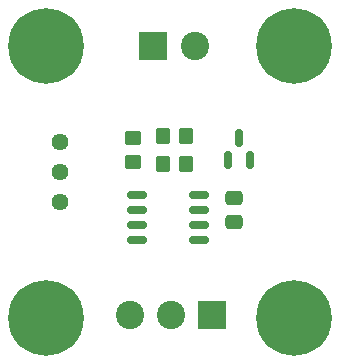
<source format=gbr>
%TF.GenerationSoftware,KiCad,Pcbnew,8.0.3*%
%TF.CreationDate,2024-08-02T11:09:55+07:00*%
%TF.ProjectId,waterleak V.1,77617465-726c-4656-916b-20562e312e6b,rev?*%
%TF.SameCoordinates,Original*%
%TF.FileFunction,Soldermask,Top*%
%TF.FilePolarity,Negative*%
%FSLAX46Y46*%
G04 Gerber Fmt 4.6, Leading zero omitted, Abs format (unit mm)*
G04 Created by KiCad (PCBNEW 8.0.3) date 2024-08-02 11:09:55*
%MOMM*%
%LPD*%
G01*
G04 APERTURE LIST*
G04 Aperture macros list*
%AMRoundRect*
0 Rectangle with rounded corners*
0 $1 Rounding radius*
0 $2 $3 $4 $5 $6 $7 $8 $9 X,Y pos of 4 corners*
0 Add a 4 corners polygon primitive as box body*
4,1,4,$2,$3,$4,$5,$6,$7,$8,$9,$2,$3,0*
0 Add four circle primitives for the rounded corners*
1,1,$1+$1,$2,$3*
1,1,$1+$1,$4,$5*
1,1,$1+$1,$6,$7*
1,1,$1+$1,$8,$9*
0 Add four rect primitives between the rounded corners*
20,1,$1+$1,$2,$3,$4,$5,0*
20,1,$1+$1,$4,$5,$6,$7,0*
20,1,$1+$1,$6,$7,$8,$9,0*
20,1,$1+$1,$8,$9,$2,$3,0*%
G04 Aperture macros list end*
%ADD10RoundRect,0.250000X-0.350000X-0.450000X0.350000X-0.450000X0.350000X0.450000X-0.350000X0.450000X0*%
%ADD11RoundRect,0.150000X-0.675000X-0.150000X0.675000X-0.150000X0.675000X0.150000X-0.675000X0.150000X0*%
%ADD12C,0.800000*%
%ADD13C,6.400000*%
%ADD14R,2.400000X2.400000*%
%ADD15C,2.400000*%
%ADD16RoundRect,0.150000X0.150000X-0.587500X0.150000X0.587500X-0.150000X0.587500X-0.150000X-0.587500X0*%
%ADD17RoundRect,0.250000X-0.475000X0.337500X-0.475000X-0.337500X0.475000X-0.337500X0.475000X0.337500X0*%
%ADD18RoundRect,0.250000X-0.450000X0.350000X-0.450000X-0.350000X0.450000X-0.350000X0.450000X0.350000X0*%
%ADD19RoundRect,0.250000X0.350000X0.450000X-0.350000X0.450000X-0.350000X-0.450000X0.350000X-0.450000X0*%
%ADD20C,1.440000*%
G04 APERTURE END LIST*
D10*
%TO.C,R4*%
X83900000Y-66000000D03*
X85900000Y-66000000D03*
%TD*%
D11*
%TO.C,U2*%
X81675000Y-68595000D03*
X81675000Y-69865000D03*
X81675000Y-71135000D03*
X81675000Y-72405000D03*
X86925000Y-72405000D03*
X86925000Y-71135000D03*
X86925000Y-69865000D03*
X86925000Y-68595000D03*
%TD*%
D12*
%TO.C,H1*%
X92600000Y-56000000D03*
X93302944Y-54302944D03*
X93302944Y-57697056D03*
X95000000Y-53600000D03*
D13*
X95000000Y-56000000D03*
D12*
X95000000Y-58400000D03*
X96697056Y-54302944D03*
X96697056Y-57697056D03*
X97400000Y-56000000D03*
%TD*%
%TO.C,H3*%
X92600000Y-79000000D03*
X93302944Y-77302944D03*
X93302944Y-80697056D03*
X95000000Y-76600000D03*
D13*
X95000000Y-79000000D03*
D12*
X95000000Y-81400000D03*
X96697056Y-77302944D03*
X96697056Y-80697056D03*
X97400000Y-79000000D03*
%TD*%
%TO.C,H4*%
X71600000Y-79000000D03*
X72302944Y-77302944D03*
X72302944Y-80697056D03*
X74000000Y-76600000D03*
D13*
X74000000Y-79000000D03*
D12*
X74000000Y-81400000D03*
X75697056Y-77302944D03*
X75697056Y-80697056D03*
X76400000Y-79000000D03*
%TD*%
%TO.C,H2*%
X71600000Y-56000000D03*
X72302944Y-54302944D03*
X72302944Y-57697056D03*
X74000000Y-53600000D03*
D13*
X74000000Y-56000000D03*
D12*
X74000000Y-58400000D03*
X75697056Y-54302944D03*
X75697056Y-57697056D03*
X76400000Y-56000000D03*
%TD*%
D14*
%TO.C,J2*%
X83100000Y-56000000D03*
D15*
X86600000Y-56000000D03*
%TD*%
D16*
%TO.C,Q2*%
X89400000Y-65700000D03*
X91300000Y-65700000D03*
X90350000Y-63825000D03*
%TD*%
D17*
%TO.C,C1*%
X89900000Y-68862500D03*
X89900000Y-70937500D03*
%TD*%
D18*
%TO.C,R6*%
X81400000Y-63800000D03*
X81400000Y-65800000D03*
%TD*%
D19*
%TO.C,R5*%
X85900000Y-63625000D03*
X83900000Y-63625000D03*
%TD*%
D20*
%TO.C,RV2*%
X75200000Y-64160000D03*
X75200000Y-66700000D03*
X75200000Y-69240000D03*
%TD*%
D14*
%TO.C,J1*%
X88100000Y-78800000D03*
D15*
X84600000Y-78800000D03*
X81100000Y-78800000D03*
%TD*%
M02*

</source>
